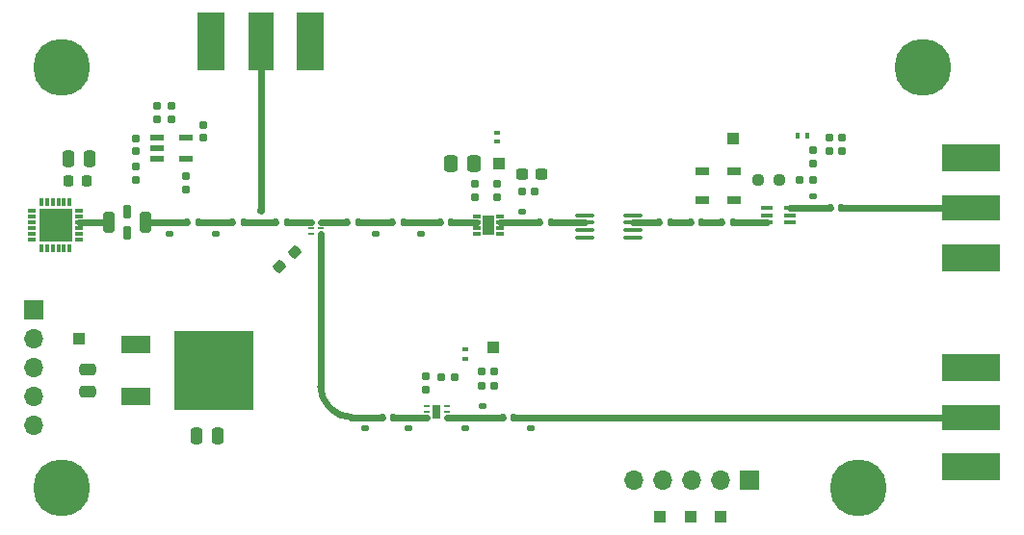
<source format=gts>
%TF.GenerationSoftware,KiCad,Pcbnew,7.0.10*%
%TF.CreationDate,2024-02-25T20:26:58-06:00*%
%TF.ProjectId,Radar2_ExtFilter,52616461-7232-45f4-9578-7446696c7465,rev?*%
%TF.SameCoordinates,Original*%
%TF.FileFunction,Soldermask,Top*%
%TF.FilePolarity,Negative*%
%FSLAX46Y46*%
G04 Gerber Fmt 4.6, Leading zero omitted, Abs format (unit mm)*
G04 Created by KiCad (PCBNEW 7.0.10) date 2024-02-25 20:26:58*
%MOMM*%
%LPD*%
G01*
G04 APERTURE LIST*
G04 Aperture macros list*
%AMRoundRect*
0 Rectangle with rounded corners*
0 $1 Rounding radius*
0 $2 $3 $4 $5 $6 $7 $8 $9 X,Y pos of 4 corners*
0 Add a 4 corners polygon primitive as box body*
4,1,4,$2,$3,$4,$5,$6,$7,$8,$9,$2,$3,0*
0 Add four circle primitives for the rounded corners*
1,1,$1+$1,$2,$3*
1,1,$1+$1,$4,$5*
1,1,$1+$1,$6,$7*
1,1,$1+$1,$8,$9*
0 Add four rect primitives between the rounded corners*
20,1,$1+$1,$2,$3,$4,$5,0*
20,1,$1+$1,$4,$5,$6,$7,0*
20,1,$1+$1,$6,$7,$8,$9,0*
20,1,$1+$1,$8,$9,$2,$3,0*%
G04 Aperture macros list end*
%ADD10C,0.597000*%
%ADD11R,5.080000X2.290000*%
%ADD12R,5.080000X2.420000*%
%ADD13R,0.560000X0.250000*%
%ADD14RoundRect,0.147500X0.172500X-0.147500X0.172500X0.147500X-0.172500X0.147500X-0.172500X-0.147500X0*%
%ADD15RoundRect,0.237500X0.008839X0.344715X-0.344715X-0.008839X-0.008839X-0.344715X0.344715X0.008839X0*%
%ADD16R,0.400000X0.500000*%
%ADD17R,1.000000X1.000000*%
%ADD18RoundRect,0.140000X-0.140000X-0.170000X0.140000X-0.170000X0.140000X0.170000X-0.140000X0.170000X0*%
%ADD19C,5.000000*%
%ADD20RoundRect,0.135000X0.135000X0.185000X-0.135000X0.185000X-0.135000X-0.185000X0.135000X-0.185000X0*%
%ADD21RoundRect,0.155000X0.155000X-0.212500X0.155000X0.212500X-0.155000X0.212500X-0.155000X-0.212500X0*%
%ADD22RoundRect,0.135000X0.185000X-0.135000X0.185000X0.135000X-0.185000X0.135000X-0.185000X-0.135000X0*%
%ADD23R,1.150000X0.600000*%
%ADD24RoundRect,0.160000X-0.160000X0.197500X-0.160000X-0.197500X0.160000X-0.197500X0.160000X0.197500X0*%
%ADD25RoundRect,0.225000X-0.225000X-0.250000X0.225000X-0.250000X0.225000X0.250000X-0.225000X0.250000X0*%
%ADD26RoundRect,0.147500X-0.172500X0.147500X-0.172500X-0.147500X0.172500X-0.147500X0.172500X0.147500X0*%
%ADD27RoundRect,0.160000X0.197500X0.160000X-0.197500X0.160000X-0.197500X-0.160000X0.197500X-0.160000X0*%
%ADD28RoundRect,0.155000X-0.212500X-0.155000X0.212500X-0.155000X0.212500X0.155000X-0.212500X0.155000X0*%
%ADD29R,2.290000X5.080000*%
%ADD30R,2.420000X5.080000*%
%ADD31RoundRect,0.249600X-0.270400X-0.650400X0.270400X-0.650400X0.270400X0.650400X-0.270400X0.650400X0*%
%ADD32RoundRect,0.152500X-0.152500X-0.470000X0.152500X-0.470000X0.152500X0.470000X-0.152500X0.470000X0*%
%ADD33C,0.610000*%
%ADD34RoundRect,0.160000X0.160000X-0.197500X0.160000X0.197500X-0.160000X0.197500X-0.160000X-0.197500X0*%
%ADD35RoundRect,0.250000X0.475000X-0.250000X0.475000X0.250000X-0.475000X0.250000X-0.475000X-0.250000X0*%
%ADD36RoundRect,0.140000X0.140000X0.170000X-0.140000X0.170000X-0.140000X-0.170000X0.140000X-0.170000X0*%
%ADD37RoundRect,0.140000X0.170000X-0.140000X0.170000X0.140000X-0.170000X0.140000X-0.170000X-0.140000X0*%
%ADD38RoundRect,0.155000X0.212500X0.155000X-0.212500X0.155000X-0.212500X-0.155000X0.212500X-0.155000X0*%
%ADD39R,0.700000X0.300000*%
%ADD40R,1.000000X1.700000*%
%ADD41R,1.050000X0.400000*%
%ADD42R,0.500000X0.400000*%
%ADD43RoundRect,0.250000X-0.250000X-0.475000X0.250000X-0.475000X0.250000X0.475000X-0.250000X0.475000X0*%
%ADD44R,2.500000X1.500000*%
%ADD45R,7.000000X7.000000*%
%ADD46R,0.300000X0.700000*%
%ADD47R,2.950000X2.950000*%
%ADD48RoundRect,0.250000X0.250000X0.475000X-0.250000X0.475000X-0.250000X-0.475000X0.250000X-0.475000X0*%
%ADD49R,0.600000X0.250000*%
%ADD50R,0.650000X1.150000*%
%ADD51RoundRect,0.237500X0.250000X0.237500X-0.250000X0.237500X-0.250000X-0.237500X0.250000X-0.237500X0*%
%ADD52RoundRect,0.100000X-0.712500X-0.100000X0.712500X-0.100000X0.712500X0.100000X-0.712500X0.100000X0*%
%ADD53R,1.700000X1.700000*%
%ADD54O,1.700000X1.700000*%
%ADD55R,1.270000X0.760000*%
%ADD56RoundRect,0.250000X-0.337500X-0.475000X0.337500X-0.475000X0.337500X0.475000X-0.337500X0.475000X0*%
%ADD57RoundRect,0.237500X0.300000X0.237500X-0.300000X0.237500X-0.300000X-0.237500X0.300000X-0.237500X0*%
%ADD58RoundRect,0.135000X-0.185000X0.135000X-0.185000X-0.135000X0.185000X-0.135000X0.185000X0.135000X0*%
G04 APERTURE END LIST*
D10*
X130420000Y-77750000D02*
X131645000Y-77750000D01*
X147980000Y-60630000D02*
X151000000Y-60630000D01*
X139230000Y-60630000D02*
X141450000Y-60630000D01*
X118500000Y-60630000D02*
X120020000Y-60630000D01*
X169000000Y-59330000D02*
X172520000Y-59330000D01*
X143740000Y-77750000D02*
X138820000Y-77750000D01*
X122500000Y-59610000D02*
X122500000Y-44700000D01*
X143550000Y-60630000D02*
X147020000Y-60630000D01*
X127750000Y-75080000D02*
X127750000Y-61650000D01*
X122500000Y-59610000D02*
X122500000Y-44700000D01*
X127749997Y-75080000D02*
G75*
G03*
X128457107Y-76787105I2414203J0D01*
G01*
X127750000Y-60630000D02*
X130087500Y-60630000D01*
X128712895Y-77042890D02*
G75*
G03*
X130420000Y-77750000I1707105J1707090D01*
G01*
X158510000Y-60630000D02*
X160270000Y-60630000D01*
X117010000Y-60630000D02*
X118500000Y-60630000D01*
X128457106Y-76787106D02*
X128712893Y-77042893D01*
X128457106Y-76787106D02*
X128712893Y-77042893D01*
X106500000Y-60630000D02*
X109125000Y-60630000D01*
X135077500Y-60630000D02*
X138270000Y-60630000D01*
X143740000Y-77750000D02*
X138820000Y-77750000D01*
X128712895Y-77042890D02*
G75*
G03*
X130420000Y-77750000I1707105J1707090D01*
G01*
X133190000Y-77750000D02*
X131645000Y-77750000D01*
X173480000Y-59330000D02*
X184930000Y-59330000D01*
X161230000Y-60630000D02*
X162990000Y-60630000D01*
X130420000Y-77750000D02*
X131645000Y-77750000D01*
X122500000Y-60630000D02*
X123790000Y-60630000D01*
X120980000Y-60630000D02*
X122500000Y-60630000D01*
X155225000Y-60630000D02*
X157490000Y-60630000D01*
X131047500Y-60630000D02*
X132567500Y-60630000D01*
X133190000Y-77750000D02*
X131645000Y-77750000D01*
X124810000Y-60630000D02*
X126960000Y-60630000D01*
X112375000Y-60630000D02*
X115990000Y-60630000D01*
X184930000Y-77750000D02*
X144700000Y-77750000D01*
X127750000Y-75080000D02*
X127750000Y-61650000D01*
X184930000Y-77750000D02*
X144700000Y-77750000D01*
X132567500Y-60630000D02*
X134057500Y-60630000D01*
X137120000Y-77750000D02*
X134150000Y-77750000D01*
X137120000Y-77750000D02*
X134150000Y-77750000D01*
X164010000Y-60630000D02*
X167000000Y-60630000D01*
X127749997Y-75080000D02*
G75*
G03*
X128457107Y-76787105I2414203J0D01*
G01*
D11*
%TO.C,J2*%
X184930000Y-77750000D03*
D12*
X184930000Y-82130000D03*
X184930000Y-73370000D03*
%TD*%
D13*
%TO.C,IC4*%
X126960000Y-60630000D03*
X126960000Y-61140000D03*
X126960000Y-61650000D03*
X127750000Y-61650000D03*
X127750000Y-61140000D03*
X127750000Y-60630000D03*
%TD*%
D14*
%TO.C,L5*%
X145500000Y-60630000D03*
X145500000Y-59660000D03*
%TD*%
D15*
%TO.C,R10*%
X125445235Y-63234765D03*
X124154765Y-64525235D03*
%TD*%
D16*
%TO.C,FB3*%
X169700000Y-53000000D03*
X170500000Y-53000000D03*
%TD*%
D17*
%TO.C,TP4*%
X160300000Y-86500000D03*
%TD*%
D18*
%TO.C,C9*%
X130087500Y-60630000D03*
X131047500Y-60630000D03*
%TD*%
D19*
%TO.C,H4*%
X175000000Y-84000000D03*
%TD*%
D20*
%TO.C,R18*%
X158510000Y-60630000D03*
X157490000Y-60630000D03*
%TD*%
D21*
%TO.C,C5*%
X117450000Y-53167500D03*
X117450000Y-52032500D03*
%TD*%
D22*
%TO.C,R15*%
X136567500Y-61650000D03*
X136567500Y-60630000D03*
%TD*%
D23*
%TO.C,IC2*%
X113350000Y-53150000D03*
X113350000Y-54100000D03*
X113350000Y-55050000D03*
X115950000Y-55050000D03*
X115950000Y-53150000D03*
%TD*%
D24*
%TO.C,R17*%
X143300000Y-57202500D03*
X143300000Y-58397500D03*
%TD*%
D25*
%TO.C,C2*%
X105625000Y-57000000D03*
X107175000Y-57000000D03*
%TD*%
D26*
%TO.C,L3*%
X141970000Y-76780000D03*
X141970000Y-77750000D03*
%TD*%
D27*
%TO.C,R12*%
X139567500Y-74250000D03*
X138372500Y-74250000D03*
%TD*%
D28*
%TO.C,C21*%
X172432500Y-53130000D03*
X173567500Y-53130000D03*
%TD*%
D29*
%TO.C,J1*%
X122500000Y-44700000D03*
D30*
X126880000Y-44700000D03*
X118120000Y-44700000D03*
%TD*%
D19*
%TO.C,H3*%
X105000000Y-84000000D03*
%TD*%
D20*
%TO.C,R14*%
X135077500Y-60630000D03*
X134057500Y-60630000D03*
%TD*%
D17*
%TO.C,TP7*%
X164000000Y-53200000D03*
%TD*%
D31*
%TO.C,FL1*%
X109125000Y-60630000D03*
D32*
X110750000Y-61557500D03*
D33*
X110750000Y-61735000D03*
D31*
X112375000Y-60630000D03*
D33*
X110750000Y-59525000D03*
D32*
X110750000Y-59702500D03*
%TD*%
D11*
%TO.C,J5*%
X184930000Y-59330000D03*
D12*
X184930000Y-63710000D03*
X184930000Y-54950000D03*
%TD*%
D34*
%TO.C,R16*%
X141300000Y-58397500D03*
X141300000Y-57202500D03*
%TD*%
D17*
%TO.C,TP1*%
X106500000Y-70850000D03*
%TD*%
D22*
%TO.C,R7*%
X118500000Y-61650000D03*
X118500000Y-60630000D03*
%TD*%
D18*
%TO.C,C8*%
X133190000Y-77750000D03*
X134150000Y-77750000D03*
%TD*%
D17*
%TO.C,TP6*%
X143400000Y-55400000D03*
%TD*%
D34*
%TO.C,R2*%
X115950000Y-57747500D03*
X115950000Y-56552500D03*
%TD*%
D35*
%TO.C,C4*%
X107250000Y-75500000D03*
X107250000Y-73600000D03*
%TD*%
D36*
%TO.C,C23*%
X173480000Y-59330000D03*
X172520000Y-59330000D03*
%TD*%
D19*
%TO.C,H2*%
X180700000Y-47000000D03*
%TD*%
D37*
%TO.C,C10*%
X140470000Y-78710000D03*
X140470000Y-77750000D03*
%TD*%
D34*
%TO.C,R21*%
X171000000Y-55477500D03*
X171000000Y-54282500D03*
%TD*%
D38*
%TO.C,C11*%
X143037500Y-73750000D03*
X141902500Y-73750000D03*
%TD*%
D34*
%TO.C,R11*%
X136970000Y-75317500D03*
X136970000Y-74122500D03*
%TD*%
D20*
%TO.C,R9*%
X124810000Y-60630000D03*
X123790000Y-60630000D03*
%TD*%
D28*
%TO.C,C22*%
X172432500Y-54380000D03*
X173567500Y-54380000D03*
%TD*%
D39*
%TO.C,IC6*%
X141450000Y-60130000D03*
X141450000Y-60630000D03*
X141450000Y-61130000D03*
X141450000Y-61630000D03*
X143550000Y-61630000D03*
X143550000Y-61130000D03*
X143550000Y-60630000D03*
X143550000Y-60130000D03*
D40*
X142500000Y-60880000D03*
%TD*%
D18*
%TO.C,C13*%
X143740000Y-77750000D03*
X144700000Y-77750000D03*
%TD*%
D17*
%TO.C,TP3*%
X157600000Y-86500000D03*
%TD*%
D21*
%TO.C,C1*%
X111550000Y-54367500D03*
X111550000Y-53232500D03*
%TD*%
D26*
%TO.C,L2*%
X135470000Y-77750000D03*
X135470000Y-78720000D03*
%TD*%
D41*
%TO.C,IC7*%
X169000000Y-60630000D03*
X169000000Y-59980000D03*
X169000000Y-59330000D03*
X167000000Y-59330000D03*
X167000000Y-59980000D03*
X167000000Y-60630000D03*
%TD*%
D42*
%TO.C,FB1*%
X140470000Y-71820000D03*
X140470000Y-72620000D03*
%TD*%
D43*
%TO.C,C3*%
X105590000Y-55020000D03*
X107490000Y-55020000D03*
%TD*%
D24*
%TO.C,R1*%
X111550000Y-55652500D03*
X111550000Y-56847500D03*
%TD*%
D28*
%TO.C,C20*%
X169865000Y-56880000D03*
X171000000Y-56880000D03*
%TD*%
D44*
%TO.C,IC3*%
X111507000Y-71360000D03*
D45*
X118407000Y-73660000D03*
D44*
X111507000Y-75960000D03*
%TD*%
D18*
%TO.C,C16*%
X147020000Y-60630000D03*
X147980000Y-60630000D03*
%TD*%
D39*
%TO.C,IC1*%
X102400000Y-59630000D03*
X102400000Y-60130000D03*
X102400000Y-60630000D03*
X102400000Y-61130000D03*
X102400000Y-61630000D03*
X102400000Y-62130000D03*
D46*
X103200000Y-62930000D03*
X103700000Y-62930000D03*
X104200000Y-62930000D03*
X104700000Y-62930000D03*
X105200000Y-62930000D03*
X105700000Y-62930000D03*
D39*
X106500000Y-62130000D03*
X106500000Y-61630000D03*
X106500000Y-61130000D03*
X106500000Y-60630000D03*
X106500000Y-60130000D03*
X106500000Y-59630000D03*
D46*
X105700000Y-58830000D03*
X105200000Y-58830000D03*
X104700000Y-58830000D03*
X104200000Y-58830000D03*
X103700000Y-58830000D03*
X103200000Y-58830000D03*
D47*
X104450000Y-60880000D03*
%TD*%
D14*
%TO.C,L6*%
X171000000Y-59330000D03*
X171000000Y-58360000D03*
%TD*%
D17*
%TO.C,TP2*%
X142895000Y-71600000D03*
%TD*%
D26*
%TO.C,L1*%
X131645000Y-77750000D03*
X131645000Y-78720000D03*
%TD*%
D22*
%TO.C,R13*%
X132567500Y-61650000D03*
X132567500Y-60630000D03*
%TD*%
D48*
%TO.C,C6*%
X118750000Y-79400000D03*
X116850000Y-79400000D03*
%TD*%
D49*
%TO.C,IC5*%
X137120000Y-76750000D03*
X137120000Y-77250000D03*
X137120000Y-77750000D03*
X138820000Y-77750000D03*
X138820000Y-77250000D03*
X138820000Y-76750000D03*
D50*
X137970000Y-77250000D03*
%TD*%
D51*
%TO.C,R20*%
X168062500Y-56900000D03*
X166237500Y-56900000D03*
%TD*%
D52*
%TO.C,U1*%
X151000000Y-59980000D03*
X151000000Y-60630000D03*
X151000000Y-61280000D03*
X151000000Y-61930000D03*
X155225000Y-61930000D03*
X155225000Y-61280000D03*
X155225000Y-60630000D03*
X155225000Y-59980000D03*
%TD*%
D34*
%TO.C,R4*%
X114650000Y-51545000D03*
X114650000Y-50350000D03*
%TD*%
D53*
%TO.C,J4*%
X165443464Y-83300000D03*
D54*
X162903464Y-83300000D03*
X160363464Y-83300000D03*
X157823464Y-83300000D03*
X155283464Y-83300000D03*
%TD*%
D55*
%TO.C,U2*%
X161317500Y-58670000D03*
X161317500Y-56130000D03*
X164107500Y-56130000D03*
X164107500Y-58670000D03*
%TD*%
D17*
%TO.C,TP5*%
X162900000Y-86500000D03*
%TD*%
D56*
%TO.C,C15*%
X139162500Y-55400000D03*
X141237500Y-55400000D03*
%TD*%
D57*
%TO.C,C17*%
X147162500Y-56380000D03*
X145437500Y-56380000D03*
%TD*%
D18*
%TO.C,C14*%
X138270000Y-60630000D03*
X139230000Y-60630000D03*
%TD*%
D36*
%TO.C,C19*%
X161230000Y-60630000D03*
X160270000Y-60630000D03*
%TD*%
D20*
%TO.C,R6*%
X117010000Y-60630000D03*
X115990000Y-60630000D03*
%TD*%
D42*
%TO.C,FB2*%
X143300000Y-52700000D03*
X143300000Y-53500000D03*
%TD*%
D20*
%TO.C,R19*%
X164010000Y-60630000D03*
X162990000Y-60630000D03*
%TD*%
D58*
%TO.C,R8*%
X122500000Y-59610000D03*
X122500000Y-60630000D03*
%TD*%
D26*
%TO.C,L4*%
X146220000Y-77750000D03*
X146220000Y-78720000D03*
%TD*%
D22*
%TO.C,R5*%
X114500000Y-61650000D03*
X114500000Y-60630000D03*
%TD*%
D38*
%TO.C,C18*%
X146567500Y-57880000D03*
X145432500Y-57880000D03*
%TD*%
D53*
%TO.C,J3*%
X102570000Y-68340000D03*
D54*
X102570000Y-70880000D03*
X102570000Y-73420000D03*
X102570000Y-75960000D03*
X102570000Y-78500000D03*
%TD*%
D19*
%TO.C,H1*%
X105000000Y-47000000D03*
%TD*%
D38*
%TO.C,C12*%
X143037500Y-74970000D03*
X141902500Y-74970000D03*
%TD*%
D18*
%TO.C,C7*%
X120020000Y-60630000D03*
X120980000Y-60630000D03*
%TD*%
D24*
%TO.C,R3*%
X113350000Y-50352500D03*
X113350000Y-51547500D03*
%TD*%
M02*

</source>
